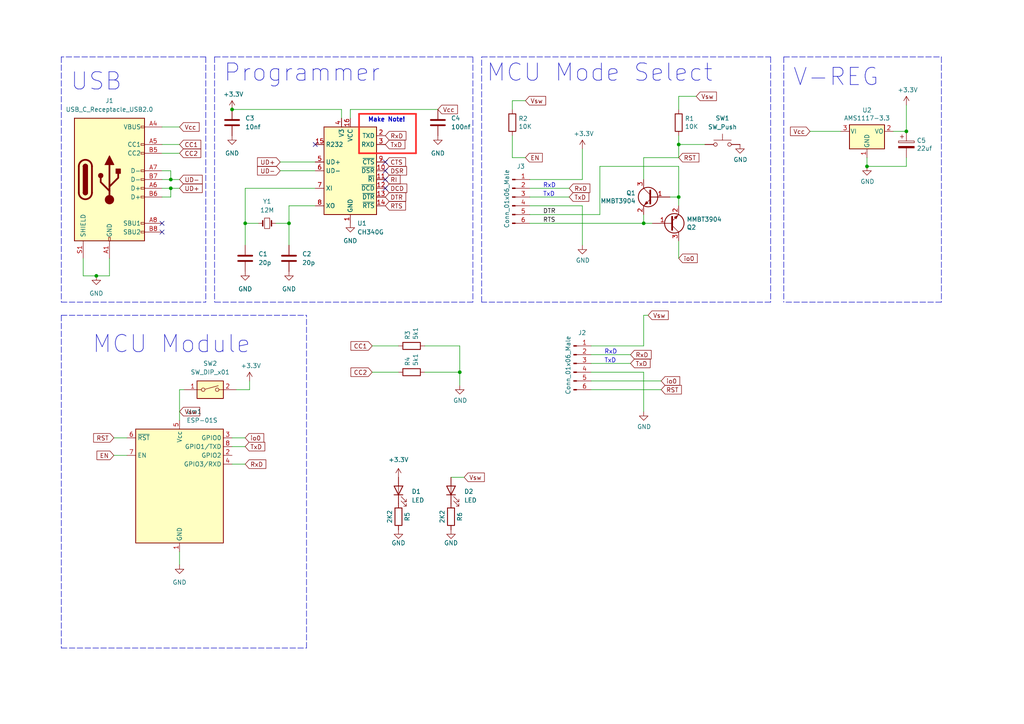
<source format=kicad_sch>
(kicad_sch (version 20211123) (generator eeschema)
  (paper "A4")
  (lib_symbols
    (symbol "Connector:Conn_01x06_Male" (pin_names (offset 1.016) hide)
      (property "Reference" "J" (at 0 7.62 0))
      (property "Value" "Conn_01x06_Male" (at 0 -10.16 0))
      (symbol "Conn_01x06_Male_1_1"
        (polyline (pts (xy 1.27 -7.62) (xy 0.8636 -7.62)) (stroke (width 0.1524)))
        (polyline (pts (xy 1.27 -5.08) (xy 0.8636 -5.08)) (stroke (width 0.1524)))
        (polyline (pts (xy 1.27 -2.54) (xy 0.8636 -2.54)) (stroke (width 0.1524)))
        (polyline (pts (xy 1.27 0) (xy 0.8636 0)) (stroke (width 0.1524)))
        (polyline (pts (xy 1.27 2.54) (xy 0.8636 2.54)) (stroke (width 0.1524)))
        (polyline (pts (xy 1.27 5.08) (xy 0.8636 5.08)) (stroke (width 0.1524)))
        (rectangle (start 0.8636 -7.493) (end 0 -7.747) (stroke (width 0.1524)) (fill (type outline)))
        (rectangle (start 0.8636 -4.953) (end 0 -5.207) (stroke (width 0.1524)) (fill (type outline)))
        (rectangle (start 0.8636 -2.413) (end 0 -2.667) (stroke (width 0.1524)) (fill (type outline)))
        (rectangle (start 0.8636 0.127) (end 0 -0.127) (stroke (width 0.1524)) (fill (type outline)))
        (rectangle (start 0.8636 2.667) (end 0 2.413) (stroke (width 0.1524)) (fill (type outline)))
        (rectangle (start 0.8636 5.207) (end 0 4.953) (stroke (width 0.1524)) (fill (type outline)))
        (pin passive line (at 5.08 5.08 180) (length 3.81) (name "Pin_1") (number "1"))
        (pin passive line (at 5.08 2.54 180) (length 3.81) (name "Pin_2") (number "2"))
        (pin passive line (at 5.08 0 180) (length 3.81) (name "Pin_3") (number "3"))
        (pin passive line (at 5.08 -2.54 180) (length 3.81) (name "Pin_4") (number "4"))
        (pin passive line (at 5.08 -5.08 180) (length 3.81) (name "Pin_5") (number "5"))
        (pin passive line (at 5.08 -7.62 180) (length 3.81) (name "Pin_6") (number "6"))
      )
    )
    (symbol "Connector:USB_C_Receptacle_USB2.0" (pin_names (offset 1.016))
      (property "Reference" "J" (at -10.16 19.05 0))
      (property "Value" "USB_C_Receptacle_USB2.0" (at 19.05 19.05 0))
      (symbol "USB_C_Receptacle_USB2.0_0_0"
        (rectangle (start -0.254 -17.78) (end 0.254 -16.764))
        (rectangle (start 10.16 -14.986) (end 9.144 -15.494))
        (rectangle (start 10.16 -12.446) (end 9.144 -12.954))
        (rectangle (start 10.16 -4.826) (end 9.144 -5.334))
        (rectangle (start 10.16 -2.286) (end 9.144 -2.794))
        (rectangle (start 10.16 0.254) (end 9.144 -0.254))
        (rectangle (start 10.16 2.794) (end 9.144 2.286))
        (rectangle (start 10.16 7.874) (end 9.144 7.366))
        (rectangle (start 10.16 10.414) (end 9.144 9.906))
        (rectangle (start 10.16 15.494) (end 9.144 14.986))
      )
      (symbol "USB_C_Receptacle_USB2.0_0_1"
        (rectangle (start -10.16 17.78) (end 10.16 -17.78) (stroke (width 0.254)) (fill (type background)))
        (arc (start -8.89 -3.81) (mid -6.985 -5.715) (end -5.08 -3.81) (stroke (width 0.508)))
        (arc (start -7.62 -3.81) (mid -6.985 -4.445) (end -6.35 -3.81) (stroke (width 0.254)))
        (arc (start -7.62 -3.81) (mid -6.985 -4.445) (end -6.35 -3.81) (stroke (width 0.254)) (fill (type outline)))
        (rectangle (start -7.62 -3.81) (end -6.35 3.81) (stroke (width 0.254)) (fill (type outline)))
        (arc (start -6.35 3.81) (mid -6.985 4.445) (end -7.62 3.81) (stroke (width 0.254)))
        (arc (start -6.35 3.81) (mid -6.985 4.445) (end -7.62 3.81) (stroke (width 0.254)) (fill (type outline)))
        (arc (start -5.08 3.81) (mid -6.985 5.715) (end -8.89 3.81) (stroke (width 0.508)))
        (circle (center -2.54 1.143) (radius 0.635) (stroke (width 0.254)) (fill (type outline)))
        (circle (center 0 -5.842) (radius 1.27) (fill (type outline)))
        (polyline (pts (xy -8.89 -3.81) (xy -8.89 3.81)) (stroke (width 0.508)))
        (polyline (pts (xy -5.08 3.81) (xy -5.08 -3.81)) (stroke (width 0.508)))
        (polyline (pts (xy 0 -5.842) (xy 0 4.318)) (stroke (width 0.508)))
        (polyline (pts (xy 0 -3.302) (xy -2.54 -0.762) (xy -2.54 0.508)) (stroke (width 0.508)))
        (polyline (pts (xy 0 -2.032) (xy 2.54 0.508) (xy 2.54 1.778)) (stroke (width 0.508)))
        (polyline (pts (xy -1.27 4.318) (xy 0 6.858) (xy 1.27 4.318) (xy -1.27 4.318)) (stroke (width 0.254)) (fill (type outline)))
        (rectangle (start 1.905 1.778) (end 3.175 3.048) (stroke (width 0.254)) (fill (type outline)))
      )
      (symbol "USB_C_Receptacle_USB2.0_1_1"
        (pin passive line (at 0 -22.86 90) (length 5.08) (name "GND") (number "A1"))
        (pin passive line (at 0 -22.86 90) (length 5.08) hide (name "GND") (number "A12"))
        (pin passive line (at 15.24 15.24 180) (length 5.08) (name "VBUS") (number "A4"))
        (pin bidirectional line (at 15.24 10.16 180) (length 5.08) (name "CC1") (number "A5"))
        (pin bidirectional line (at 15.24 -2.54 180) (length 5.08) (name "D+") (number "A6"))
        (pin bidirectional line (at 15.24 2.54 180) (length 5.08) (name "D-") (number "A7"))
        (pin bidirectional line (at 15.24 -12.7 180) (length 5.08) (name "SBU1") (number "A8"))
        (pin passive line (at 15.24 15.24 180) (length 5.08) hide (name "VBUS") (number "A9"))
        (pin passive line (at 0 -22.86 90) (length 5.08) hide (name "GND") (number "B1"))
        (pin passive line (at 0 -22.86 90) (length 5.08) hide (name "GND") (number "B12"))
        (pin passive line (at 15.24 15.24 180) (length 5.08) hide (name "VBUS") (number "B4"))
        (pin bidirectional line (at 15.24 7.62 180) (length 5.08) (name "CC2") (number "B5"))
        (pin bidirectional line (at 15.24 -5.08 180) (length 5.08) (name "D+") (number "B6"))
        (pin bidirectional line (at 15.24 0 180) (length 5.08) (name "D-") (number "B7"))
        (pin bidirectional line (at 15.24 -15.24 180) (length 5.08) (name "SBU2") (number "B8"))
        (pin passive line (at 15.24 15.24 180) (length 5.08) hide (name "VBUS") (number "B9"))
        (pin passive line (at -7.62 -22.86 90) (length 5.08) (name "SHIELD") (number "S1"))
      )
    )
    (symbol "Device:C" (pin_numbers hide) (pin_names (offset 0.254))
      (property "Reference" "C" (at 0.635 2.54 0))
      (property "Value" "C" (at 0.635 -2.54 0))
      (symbol "C_0_1"
        (polyline (pts (xy -2.032 -0.762) (xy 2.032 -0.762)) (stroke (width 0.508)))
        (polyline (pts (xy -2.032 0.762) (xy 2.032 0.762)) (stroke (width 0.508)))
      )
      (symbol "C_1_1"
        (pin passive line (at 0 3.81 270) (length 2.794) (name "~") (number "1"))
        (pin passive line (at 0 -3.81 90) (length 2.794) (name "~") (number "2"))
      )
    )
    (symbol "Device:CP" (pin_numbers hide) (pin_names (offset 0.254))
      (property "Reference" "C" (at 0.635 2.54 0))
      (property "Value" "Device_CP" (at 0.635 -2.54 0))
      (symbol "CP_0_1"
        (rectangle (start -2.286 0.508) (end 2.286 1.016))
        (polyline (pts (xy -1.778 2.286) (xy -0.762 2.286)))
        (polyline (pts (xy -1.27 2.794) (xy -1.27 1.778)))
        (rectangle (start 2.286 -0.508) (end -2.286 -1.016) (fill (type outline)))
      )
      (symbol "CP_1_1"
        (pin passive line (at 0 3.81 270) (length 2.794) (name "~") (number "1"))
        (pin passive line (at 0 -3.81 90) (length 2.794) (name "~") (number "2"))
      )
    )
    (symbol "Device:Crystal_Small" (pin_numbers hide) (pin_names (offset 1.016) hide)
      (property "Reference" "Y" (at 0 2.54 0))
      (property "Value" "Crystal_Small" (at 0 -2.54 0))
      (symbol "Crystal_Small_0_1"
        (rectangle (start -0.762 -1.524) (end 0.762 1.524))
        (polyline (pts (xy -1.27 -0.762) (xy -1.27 0.762)) (stroke (width 0.381)))
        (polyline (pts (xy 1.27 -0.762) (xy 1.27 0.762)) (stroke (width 0.381)))
      )
      (symbol "Crystal_Small_1_1"
        (pin passive line (at -2.54 0 0) (length 1.27) (name "1") (number "1"))
        (pin passive line (at 2.54 0 180) (length 1.27) (name "2") (number "2"))
      )
    )
    (symbol "Device:LED" (pin_numbers hide) (pin_names (offset 1.016) hide)
      (property "Reference" "D" (at 0 2.54 0))
      (property "Value" "LED" (at 0 -2.54 0))
      (symbol "LED_0_1"
        (polyline (pts (xy -1.27 -1.27) (xy -1.27 1.27)) (stroke (width 0.254)))
        (polyline (pts (xy -1.27 0) (xy 1.27 0)))
        (polyline (pts (xy 1.27 -1.27) (xy 1.27 1.27) (xy -1.27 0) (xy 1.27 -1.27)) (stroke (width 0.254)))
        (polyline (pts (xy -3.048 -0.762) (xy -4.572 -2.286) (xy -3.81 -2.286) (xy -4.572 -2.286) (xy -4.572 -1.524)))
        (polyline (pts (xy -1.778 -0.762) (xy -3.302 -2.286) (xy -2.54 -2.286) (xy -3.302 -2.286) (xy -3.302 -1.524)))
      )
      (symbol "LED_1_1"
        (pin passive line (at -3.81 0 0) (length 2.54) (name "K") (number "1"))
        (pin passive line (at 3.81 0 180) (length 2.54) (name "A") (number "2"))
      )
    )
    (symbol "Device:R" (pin_numbers hide) (pin_names (offset 0))
      (property "Reference" "R" (at 2.032 0 90))
      (property "Value" "R" (at 0 0 90))
      (symbol "R_0_1"
        (rectangle (start -1.016 -2.54) (end 1.016 2.54) (stroke (width 0.254)))
      )
      (symbol "R_1_1"
        (pin passive line (at 0 3.81 270) (length 1.27) (name "~") (number "1"))
        (pin passive line (at 0 -3.81 90) (length 1.27) (name "~") (number "2"))
      )
    )
    (symbol "Interface_USB:CH340G"
      (property "Reference" "U" (at -5.08 13.97 0))
      (property "Value" "CH340G" (at 1.27 13.97 0))
      (symbol "CH340G_0_1"
        (rectangle (start -7.62 12.7) (end 7.62 -12.7) (stroke (width 0.254)) (fill (type background)))
      )
      (symbol "CH340G_1_1"
        (pin power_in line (at 0 -15.24 90) (length 2.54) (name "GND") (number "1"))
        (pin input line (at 10.16 0 180) (length 2.54) (name "~{DSR}") (number "10"))
        (pin input line (at 10.16 -2.54 180) (length 2.54) (name "~{RI}") (number "11"))
        (pin input line (at 10.16 -5.08 180) (length 2.54) (name "~{DCD}") (number "12"))
        (pin output line (at 10.16 -7.62 180) (length 2.54) (name "~{DTR}") (number "13"))
        (pin output line (at 10.16 -10.16 180) (length 2.54) (name "~{RTS}") (number "14"))
        (pin input line (at -10.16 7.62 0) (length 2.54) (name "R232") (number "15"))
        (pin power_in line (at 0 15.24 270) (length 2.54) (name "VCC") (number "16"))
        (pin output line (at 10.16 10.16 180) (length 2.54) (name "TXD") (number "2"))
        (pin input line (at 10.16 7.62 180) (length 2.54) (name "RXD") (number "3"))
        (pin passive line (at -2.54 15.24 270) (length 2.54) (name "V3") (number "4"))
        (pin bidirectional line (at -10.16 2.54 0) (length 2.54) (name "UD+") (number "5"))
        (pin bidirectional line (at -10.16 0 0) (length 2.54) (name "UD-") (number "6"))
        (pin input line (at -10.16 -5.08 0) (length 2.54) (name "XI") (number "7"))
        (pin output line (at -10.16 -10.16 0) (length 2.54) (name "XO") (number "8"))
        (pin input line (at 10.16 2.54 180) (length 2.54) (name "~{CTS}") (number "9"))
      )
    )
    (symbol "Regulator_Linear:AMS1117-3.3" (pin_names (offset 0.254))
      (property "Reference" "U" (at -3.81 3.175 0))
      (property "Value" "AMS1117-3.3" (at 0 3.175 0))
      (symbol "AMS1117-3.3_0_1"
        (rectangle (start -5.08 -5.08) (end 5.08 1.905) (stroke (width 0.254)) (fill (type background)))
      )
      (symbol "AMS1117-3.3_1_1"
        (pin power_in line (at 0 -7.62 90) (length 2.54) (name "GND") (number "1"))
        (pin power_out line (at 7.62 0 180) (length 2.54) (name "VO") (number "2"))
        (pin power_in line (at -7.62 0 0) (length 2.54) (name "VI") (number "3"))
      )
    )
    (symbol "Switch:SW_DIP_x01" (pin_names (offset 0) hide)
      (property "Reference" "SW" (at 0 3.81 0))
      (property "Value" "SW_DIP_x01" (at 0 -3.81 0))
      (symbol "SW_DIP_x01_0_0"
        (circle (center -2.032 0) (radius 0.508))
        (polyline (pts (xy -1.524 0.127) (xy 2.3622 1.1684)))
        (circle (center 2.032 0) (radius 0.508))
      )
      (symbol "SW_DIP_x01_0_1"
        (rectangle (start -3.81 2.54) (end 3.81 -2.54) (stroke (width 0.254)) (fill (type background)))
      )
      (symbol "SW_DIP_x01_1_1"
        (pin passive line (at -7.62 0 0) (length 5.08) (name "~") (number "1"))
        (pin passive line (at 7.62 0 180) (length 5.08) (name "~") (number "2"))
      )
    )
    (symbol "Switch:SW_Push" (pin_numbers hide) (pin_names (offset 1.016) hide)
      (property "Reference" "SW" (at 1.27 2.54 0))
      (property "Value" "SW_Push" (at 0 -1.524 0))
      (symbol "SW_Push_0_1"
        (circle (center -2.032 0) (radius 0.508))
        (polyline (pts (xy 0 1.27) (xy 0 3.048)))
        (polyline (pts (xy 2.54 1.27) (xy -2.54 1.27)))
        (circle (center 2.032 0) (radius 0.508))
        (pin passive line (at -5.08 0 0) (length 2.54) (name "1") (number "1"))
        (pin passive line (at 5.08 0 180) (length 2.54) (name "2") (number "2"))
      )
    )
    (symbol "Tinker_ESP:ESP-01S"
      (property "Reference" "Um" (at 2.667 -27.051 0))
      (property "Value" "ESP-01S" (at 5.715 -29.21 0))
      (symbol "ESP-01S_0_1"
        (rectangle (start -12.7 16.51) (end 12.7 -16.51) (stroke (width 0.254)) (fill (type background)))
      )
      (symbol "ESP-01S_1_1"
        (pin power_in line (at 0 -19.05 90) (length 2.54) (name "GND") (number "1"))
        (pin bidirectional line (at 15.24 8.89 180) (length 2.54) (name "GPIO2") (number "2"))
        (pin bidirectional line (at 15.24 13.97 180) (length 2.54) (name "GPIO0") (number "3"))
        (pin bidirectional line (at 15.24 6.35 180) (length 2.54) (name "GPIO3/RXD") (number "4"))
        (pin power_in line (at 0 19.05 270) (length 2.54) (name "Vcc") (number "5"))
        (pin input line (at -15.24 13.97 0) (length 2.54) (name "~{RST}") (number "6"))
        (pin input line (at -15.24 8.89 0) (length 2.54) (name "EN") (number "7"))
        (pin bidirectional line (at 15.24 11.43 180) (length 2.54) (name "GPIO1/TXD") (number "8"))
      )
    )
    (symbol "Transistor_BJT:MMBT3904" (pin_names (offset 0) hide)
      (property "Reference" "Q" (at 5.08 1.905 0))
      (property "Value" "MMBT3904" (at 5.08 0 0))
      (symbol "MMBT3904_0_1"
        (polyline (pts (xy 0.635 0.635) (xy 2.54 2.54)))
        (polyline (pts (xy 0.635 -0.635) (xy 2.54 -2.54) (xy 2.54 -2.54)))
        (polyline (pts (xy 0.635 1.905) (xy 0.635 -1.905) (xy 0.635 -1.905)) (stroke (width 0.508)))
        (polyline (pts (xy 1.27 -1.778) (xy 1.778 -1.27) (xy 2.286 -2.286) (xy 1.27 -1.778) (xy 1.27 -1.778)) (fill (type outline)))
        (circle (center 1.27 0) (radius 2.8194) (stroke (width 0.254)))
      )
      (symbol "MMBT3904_1_1"
        (pin input line (at -5.08 0 0) (length 5.715) (name "B") (number "1"))
        (pin passive line (at 2.54 -5.08 90) (length 2.54) (name "E") (number "2"))
        (pin passive line (at 2.54 5.08 270) (length 2.54) (name "C") (number "3"))
      )
    )
    (symbol "power:+3.3V" (power) (pin_names (offset 0))
      (property "Value" "+3.3V" (at 0 3.556 0))
      (symbol "+3.3V_0_1"
        (polyline (pts (xy -0.762 1.27) (xy 0 2.54)))
        (polyline (pts (xy 0 0) (xy 0 2.54)))
        (polyline (pts (xy 0 2.54) (xy 0.762 1.27)))
      )
      (symbol "+3.3V_1_1"
        (pin power_in line (at 0 0 90) (length 0) hide (name "+3.3V") (number "1"))
      )
    )
    (symbol "power:GND" (power) (pin_names (offset 0))
      (property "Value" "GND" (at 0 -3.81 0))
      (symbol "GND_0_1"
        (polyline (pts (xy 0 0) (xy 0 -1.27) (xy 1.27 -1.27) (xy 0 -2.54) (xy -1.27 -1.27) (xy 0 -1.27)))
      )
      (symbol "GND_1_1"
        (pin power_in line (at 0 0 270) (length 0) hide (name "GND") (number "1"))
      )
    )
  )
  (junction (at 83.82 64.77))
  (junction (at 27.94 80.01))
  (junction (at 186.69 64.77))
  (junction (at 49.53 54.61))
  (junction (at 133.35 107.95))
  (junction (at 49.53 52.07))
  (junction (at 67.31 31.75))
  (junction (at 196.85 57.15))
  (junction (at 71.12 64.77))
  (junction (at 262.89 38.1))
  (junction (at 196.85 41.91))
  (junction (at 251.46 48.26))
  (no_connect (at 91.44 41.91))
  (no_connect (at 111.76 46.99))
  (no_connect (at 111.76 49.53))
  (no_connect (at 111.76 52.07))
  (no_connect (at 111.76 54.61))
  (no_connect (at 46.99 64.77))
  (no_connect (at 46.99 67.31))
  (wire (pts (xy 83.82 64.77) (xy 83.82 71.12)))
  (polyline (pts (xy 59.69 16.51) (xy 17.78 16.51)))
  (polyline (pts (xy 62.23 16.51) (xy 62.23 87.63)))
  (polyline (pts (xy 17.78 91.44) (xy 88.9 91.44)))
  (wire (pts (xy 196.85 48.26) (xy 196.85 57.15)))
  (wire (pts (xy 173.99 48.26) (xy 196.85 48.26)))
  (wire (pts (xy 148.59 39.37) (xy 148.59 45.72)))
  (wire (pts (xy 148.59 45.72) (xy 152.4 45.72)))
  (wire (pts (xy 196.85 41.91) (xy 204.47 41.91)))
  (wire (pts (xy 186.69 119.38) (xy 186.69 107.95)))
  (wire (pts (xy 201.93 27.94) (xy 196.85 27.94)))
  (wire (pts (xy 189.23 64.77) (xy 186.69 64.77)))
  (polyline (pts (xy 223.52 16.51) (xy 223.52 87.63)))
  (polyline (pts (xy 120.65 33.02) (xy 104.14 33.02)) (stroke (width 0.5) (type solid) (color 255 48 46 1)))
  (polyline (pts (xy 17.78 91.44) (xy 17.78 187.96)))
  (wire (pts (xy 194.31 57.15) (xy 196.85 57.15)))
  (wire (pts (xy 46.99 41.91) (xy 52.07 41.91)))
  (wire (pts (xy 133.35 100.33) (xy 133.35 107.95)))
  (wire (pts (xy 171.45 102.87) (xy 182.88 102.87)))
  (polyline (pts (xy 17.78 187.96) (xy 88.9 187.96)))
  (wire (pts (xy 81.28 46.99) (xy 91.44 46.99)))
  (wire (pts (xy 71.12 54.61) (xy 71.12 64.77)))
  (wire (pts (xy 130.81 138.43) (xy 134.62 138.43)))
  (wire (pts (xy 99.06 34.29) (xy 99.06 31.75)))
  (wire (pts (xy 168.91 71.12) (xy 168.91 59.69)))
  (wire (pts (xy 53.34 113.03) (xy 52.07 113.03)))
  (wire (pts (xy 74.93 64.77) (xy 71.12 64.77)))
  (wire (pts (xy 46.99 44.45) (xy 52.07 44.45)))
  (polyline (pts (xy 104.14 33.02) (xy 104.14 44.45)) (stroke (width 0.5) (type solid) (color 255 48 46 1)))
  (wire (pts (xy 52.07 160.02) (xy 52.07 163.83)))
  (wire (pts (xy 99.06 31.75) (xy 67.31 31.75)))
  (wire (pts (xy 46.99 54.61) (xy 49.53 54.61)))
  (polyline (pts (xy 120.65 33.02) (xy 120.65 44.45)) (stroke (width 0.5) (type solid) (color 255 48 46 1)))
  (wire (pts (xy 262.89 48.26) (xy 251.46 48.26)))
  (wire (pts (xy 46.99 57.15) (xy 49.53 57.15)))
  (wire (pts (xy 262.89 30.48) (xy 262.89 38.1)))
  (wire (pts (xy 196.85 74.93) (xy 196.85 69.85)))
  (wire (pts (xy 133.35 107.95) (xy 133.35 111.76)))
  (wire (pts (xy 91.44 59.69) (xy 83.82 59.69)))
  (polyline (pts (xy 17.78 16.51) (xy 17.78 87.63)))
  (wire (pts (xy 49.53 49.53) (xy 49.53 52.07)))
  (wire (pts (xy 33.02 132.08) (xy 36.83 132.08)))
  (wire (pts (xy 168.91 43.18) (xy 168.91 52.07)))
  (wire (pts (xy 52.07 113.03) (xy 52.07 121.92)))
  (wire (pts (xy 187.96 91.44) (xy 186.69 91.44)))
  (wire (pts (xy 49.53 52.07) (xy 52.07 52.07)))
  (wire (pts (xy 152.4 29.21) (xy 148.59 29.21)))
  (wire (pts (xy 196.85 41.91) (xy 196.85 45.72)))
  (polyline (pts (xy 59.69 16.51) (xy 59.69 87.63)))
  (wire (pts (xy 72.39 113.03) (xy 68.58 113.03)))
  (polyline (pts (xy 137.16 16.51) (xy 137.16 87.63)))
  (wire (pts (xy 72.39 110.49) (xy 72.39 113.03)))
  (polyline (pts (xy 139.7 87.63) (xy 139.7 16.51)))
  (wire (pts (xy 168.91 59.69) (xy 153.67 59.69)))
  (wire (pts (xy 186.69 45.72) (xy 186.69 52.07)))
  (wire (pts (xy 148.59 29.21) (xy 148.59 31.75)))
  (wire (pts (xy 67.31 129.54) (xy 71.12 129.54)))
  (wire (pts (xy 46.99 36.83) (xy 52.07 36.83)))
  (wire (pts (xy 80.01 64.77) (xy 83.82 64.77)))
  (wire (pts (xy 107.95 100.33) (xy 115.57 100.33)))
  (wire (pts (xy 101.6 31.75) (xy 101.6 34.29)))
  (polyline (pts (xy 227.33 16.51) (xy 273.05 16.51)))
  (wire (pts (xy 186.69 91.44) (xy 186.69 100.33)))
  (wire (pts (xy 123.19 107.95) (xy 133.35 107.95)))
  (wire (pts (xy 153.67 57.15) (xy 165.1 57.15)))
  (wire (pts (xy 46.99 49.53) (xy 49.53 49.53)))
  (wire (pts (xy 173.99 48.26) (xy 173.99 62.23)))
  (wire (pts (xy 81.28 49.53) (xy 91.44 49.53)))
  (polyline (pts (xy 137.16 87.63) (xy 62.23 87.63)))
  (wire (pts (xy 186.69 107.95) (xy 171.45 107.95)))
  (wire (pts (xy 83.82 59.69) (xy 83.82 64.77)))
  (wire (pts (xy 251.46 48.26) (xy 251.46 45.72)))
  (wire (pts (xy 262.89 45.72) (xy 262.89 48.26)))
  (wire (pts (xy 186.69 64.77) (xy 186.69 62.23)))
  (wire (pts (xy 168.91 52.07) (xy 153.67 52.07)))
  (wire (pts (xy 186.69 100.33) (xy 171.45 100.33)))
  (wire (pts (xy 171.45 105.41) (xy 182.88 105.41)))
  (wire (pts (xy 101.6 31.75) (xy 127 31.75)))
  (wire (pts (xy 67.31 134.62) (xy 71.12 134.62)))
  (polyline (pts (xy 227.33 16.51) (xy 227.33 87.63)))
  (wire (pts (xy 67.31 127) (xy 71.12 127)))
  (wire (pts (xy 49.53 57.15) (xy 49.53 54.61)))
  (wire (pts (xy 24.13 74.93) (xy 24.13 80.01)))
  (wire (pts (xy 123.19 100.33) (xy 133.35 100.33)))
  (wire (pts (xy 31.75 74.93) (xy 31.75 80.01)))
  (wire (pts (xy 46.99 52.07) (xy 49.53 52.07)))
  (polyline (pts (xy 139.7 16.51) (xy 223.52 16.51)))
  (wire (pts (xy 196.85 57.15) (xy 196.85 59.69)))
  (polyline (pts (xy 223.52 87.63) (xy 139.7 87.63)))
  (wire (pts (xy 107.95 107.95) (xy 115.57 107.95)))
  (wire (pts (xy 153.67 54.61) (xy 165.1 54.61)))
  (wire (pts (xy 27.94 80.01) (xy 31.75 80.01)))
  (polyline (pts (xy 88.9 187.96) (xy 88.9 91.44)))
  (wire (pts (xy 24.13 80.01) (xy 27.94 80.01)))
  (wire (pts (xy 153.67 64.77) (xy 186.69 64.77)))
  (wire (pts (xy 49.53 54.61) (xy 52.07 54.61)))
  (wire (pts (xy 259.08 38.1) (xy 262.89 38.1)))
  (polyline (pts (xy 62.23 16.51) (xy 137.16 16.51)))
  (wire (pts (xy 153.67 62.23) (xy 173.99 62.23)))
  (polyline (pts (xy 273.05 16.51) (xy 273.05 87.63)))
  (wire (pts (xy 196.85 27.94) (xy 196.85 31.75)))
  (wire (pts (xy 196.85 45.72) (xy 186.69 45.72)))
  (wire (pts (xy 71.12 54.61) (xy 91.44 54.61)))
  (wire (pts (xy 234.95 38.1) (xy 243.84 38.1)))
  (polyline (pts (xy 273.05 87.63) (xy 227.33 87.63)))
  (polyline (pts (xy 17.78 87.63) (xy 59.69 87.63)))
  (polyline (pts (xy 104.14 44.45) (xy 120.65 44.45)) (stroke (width 0.5) (type solid) (color 255 48 46 1)))
  (wire (pts (xy 171.45 110.49) (xy 191.77 110.49)))
  (wire (pts (xy 196.85 39.37) (xy 196.85 41.91)))
  (wire (pts (xy 33.02 127) (xy 36.83 127)))
  (wire (pts (xy 171.45 113.03) (xy 191.77 113.03)))
  (wire (pts (xy 71.12 64.77) (xy 71.12 71.12)))
  (text "RxD" (at 157.48 54.61 0) (effects (font (size 1.27 1.27)) (justify left bottom)))
  (text "Make Note!" (at 106.68 35.56 0) (effects (font (size 1.27 1.27) (thickness 0.254) bold) (justify left bottom)))
  (text "V-REG" (at 229.87 25.4 0) (effects (font (size 5 5)) (justify left bottom)))
  (text "TxD" (at 157.48 57.15 0) (effects (font (size 1.27 1.27)) (justify left bottom)))
  (text "USB" (at 20.32 26.67 0) (effects (font (size 5 5)) (justify left bottom)))
  (text "MCU Mode Select" (at 140.97 24.13 0) (effects (font (size 5.0038 5.0038)) (justify left bottom)))
  (text "TxD" (at 175.26 105.41 0) (effects (font (size 1.27 1.27)) (justify left bottom)))
  (text "RxD" (at 175.26 102.87 0) (effects (font (size 1.27 1.27)) (justify left bottom)))
  (text "MCU Module" (at 26.67 102.87 0) (effects (font (size 5.0038 5.0038)) (justify left bottom)))
  (text "Programmer" (at 64.77 24.13 0) (effects (font (size 5 5)) (justify left bottom)))
  (label "DTR" (at 157.48 62.23 0))
  (label "RTS" (at 157.48 64.77 0))
  (global_label "EN" (shape input) (at 152.4 45.72 0) (property "Intersheet References" "${INTERSHEET_REFS}" (effects hide)))
  (global_label "RxD" (shape input) (at 182.88 102.87 0) (property "Intersheet References" "${INTERSHEET_REFS}" (effects hide)))
  (global_label "RxD" (shape input) (at 165.1 54.61 0) (property "Intersheet References" "${INTERSHEET_REFS}" (effects hide)))
  (global_label "CC2" (shape input) (at 107.95 107.95 180) (property "Intersheet References" "${INTERSHEET_REFS}" (effects hide)))
  (global_label "CC1" (shape input) (at 107.95 100.33 180) (property "Intersheet References" "${INTERSHEET_REFS}" (effects hide)))
  (global_label "RST" (shape input) (at 191.77 113.03 0) (property "Intersheet References" "${INTERSHEET_REFS}" (effects hide)))
  (global_label "TxD" (shape input) (at 71.12 129.54 0) (property "Intersheet References" "${INTERSHEET_REFS}" (effects hide)))
  (global_label "Vcc" (shape input) (at 127 31.75 0) (property "Intersheet References" "${INTERSHEET_REFS}" (effects hide)))
  (global_label "io0" (shape input) (at 191.77 110.49 0) (property "Intersheet References" "${INTERSHEET_REFS}" (effects hide)))
  (global_label "Vsw" (shape input) (at 201.93 27.94 0) (property "Intersheet References" "${INTERSHEET_REFS}" (effects hide)))
  (global_label "DSR" (shape input) (at 111.76 49.53 0) (property "Intersheet References" "${INTERSHEET_REFS}" (effects hide)))
  (global_label "CC2" (shape input) (at 52.07 44.45 0) (property "Intersheet References" "${INTERSHEET_REFS}" (effects hide)))
  (global_label "Vsw" (shape input) (at 187.96 91.44 0) (property "Intersheet References" "${INTERSHEET_REFS}" (effects hide)))
  (global_label "Vsw" (shape input) (at 152.4 29.21 0) (property "Intersheet References" "${INTERSHEET_REFS}" (effects hide)))
  (global_label "CTS" (shape input) (at 111.76 46.99 0) (property "Intersheet References" "${INTERSHEET_REFS}" (effects hide)))
  (global_label "DCD" (shape input) (at 111.76 54.61 0) (property "Intersheet References" "${INTERSHEET_REFS}" (effects hide)))
  (global_label "RST" (shape input) (at 196.85 45.72 0) (property "Intersheet References" "${INTERSHEET_REFS}" (effects hide)))
  (global_label "UD+" (shape input) (at 52.07 54.61 0) (property "Intersheet References" "${INTERSHEET_REFS}" (effects hide)))
  (global_label "RTS" (shape input) (at 111.76 59.69 0) (property "Intersheet References" "${INTERSHEET_REFS}" (effects hide)))
  (global_label "RxD" (shape input) (at 111.76 39.37 0) (property "Intersheet References" "${INTERSHEET_REFS}" (effects hide)))
  (global_label "Vcc" (shape input) (at 234.95 38.1 180) (property "Intersheet References" "${INTERSHEET_REFS}" (effects hide)))
  (global_label "io0" (shape input) (at 71.12 127 0) (property "Intersheet References" "${INTERSHEET_REFS}" (effects hide)))
  (global_label "Vsw" (shape input) (at 52.07 119.38 0) (property "Intersheet References" "${INTERSHEET_REFS}" (effects hide)))
  (global_label "UD+" (shape input) (at 81.28 46.99 180) (property "Intersheet References" "${INTERSHEET_REFS}" (effects hide)))
  (global_label "UD-" (shape input) (at 52.07 52.07 0) (property "Intersheet References" "${INTERSHEET_REFS}" (effects hide)))
  (global_label "io0" (shape input) (at 196.85 74.93 0) (property "Intersheet References" "${INTERSHEET_REFS}" (effects hide)))
  (global_label "TxD" (shape input) (at 165.1 57.15 0) (property "Intersheet References" "${INTERSHEET_REFS}" (effects hide)))
  (global_label "RST" (shape input) (at 33.02 127 180) (property "Intersheet References" "${INTERSHEET_REFS}" (effects hide)))
  (global_label "RxD" (shape input) (at 71.12 134.62 0) (property "Intersheet References" "${INTERSHEET_REFS}" (effects hide)))
  (global_label "TxD" (shape input) (at 111.76 41.91 0) (property "Intersheet References" "${INTERSHEET_REFS}" (effects hide)))
  (global_label "RI" (shape input) (at 111.76 52.07 0) (property "Intersheet References" "${INTERSHEET_REFS}" (effects hide)))
  (global_label "UD-" (shape input) (at 81.28 49.53 180) (property "Intersheet References" "${INTERSHEET_REFS}" (effects hide)))
  (global_label "Vsw" (shape input) (at 134.62 138.43 0) (property "Intersheet References" "${INTERSHEET_REFS}" (effects hide)))
  (global_label "DTR" (shape input) (at 111.76 57.15 0) (property "Intersheet References" "${INTERSHEET_REFS}" (effects hide)))
  (global_label "CC1" (shape input) (at 52.07 41.91 0) (property "Intersheet References" "${INTERSHEET_REFS}" (effects hide)))
  (global_label "Vcc" (shape input) (at 52.07 36.83 0) (property "Intersheet References" "${INTERSHEET_REFS}" (effects hide)))
  (global_label "TxD" (shape input) (at 182.88 105.41 0) (property "Intersheet References" "${INTERSHEET_REFS}" (effects hide)))
  (global_label "EN" (shape input) (at 33.02 132.08 180) (property "Intersheet References" "${INTERSHEET_REFS}" (effects hide)))
  (symbol (lib_id "Device:R") (at 148.59 35.56 0) (unit 1)
    (property "Reference" "R2" (at 150.368 34.3916 0) (effects (justify left)))
    (property "Value" "10K" (at 150.368 36.703 0) (effects (justify left)))
    (property "Footprint" "Tinker:R_0603_1608Metric_Pad0.98x0.95mm_HandSolder" (effects hide))
  )
  (symbol (lib_id "power:GND") (at 83.82 78.74 0) (unit 1)
    (property "Reference" "#PWR0112" (effects hide))
    (property "Value" "GND" (at 83.82 83.82 0))
  )
  (symbol (lib_id "power:GND") (at 133.35 111.76 0) (unit 1)
    (property "Reference" "#PWR0117" (effects hide))
    (property "Value" "GND" (at 133.477 116.1542 0))
  )
  (symbol (lib_id "power:GND") (at 214.63 41.91 0) (unit 1)
    (property "Reference" "#PWR0105" (effects hide))
    (property "Value" "GND" (at 214.757 46.3042 0))
  )
  (symbol (lib_id "Tinker_ESP:ESP-01S") (at 52.07 140.97 0) (unit 1)
    (property "Reference" "Um1" (at 54.0894 119.38 0) (effects (justify left)))
    (property "Value" "ESP-01S" (at 54.0894 121.92 0) (effects (justify left)))
    (property "Footprint" "Tinker:ESP-01S (prog)" (effects hide))
    (property "Datasheet" "https://docs.ai-thinker.com/_media/esp8266/docs/esp-01_product_specification_en.pdf" (effects hide))
    (property "Datasheet2" "https://www.microchip.ua/wireless/esp01.pdf" (effects hide))
    (property "3D" "https://grabcad.com/library/esp-01s-1" (effects hide))
  )
  (symbol (lib_id "Connector:USB_C_Receptacle_USB2.0") (at 31.75 52.07 0) (unit 1)
    (property "Reference" "J1" (at 31.75 29.21 0))
    (property "Value" "USB_C_Receptacle_USB2.0" (at 31.75 31.75 0))
    (property "Footprint" "Tinker:USB_C_Receptacle_HRO_TYPE-C-31-M-12" (effects hide))
    (property "Datasheet" "https://www.usb.org/sites/default/files/documents/usb_type-c.zip" (effects hide))
  )
  (symbol (lib_id "power:GND") (at 168.91 71.12 0) (unit 1)
    (property "Reference" "#PWR0101" (effects hide))
    (property "Value" "GND" (at 169.037 75.5142 0))
  )
  (symbol (lib_id "Device:LED") (at 130.81 142.24 90) (unit 1)
    (property "Reference" "D2" (at 134.62 142.5574 90) (effects (justify right)))
    (property "Value" "LED" (at 134.62 145.0974 90) (effects (justify right)))
    (property "Footprint" "LED_SMD:LED_0805_2012Metric_Pad1.15x1.40mm_HandSolder" (effects hide))
  )
  (symbol (lib_id "power:GND") (at 130.81 153.67 0) (unit 1)
    (property "Reference" "#PWR0104" (effects hide))
    (property "Value" "GND" (at 130.81 157.48 0))
  )
  (symbol (lib_id "power:GND") (at 251.46 48.26 0) (unit 1)
    (property "Reference" "#PWR0107" (effects hide))
    (property "Value" "GND" (at 251.587 52.6542 0))
  )
  (symbol (lib_id "Switch:SW_Push") (at 209.55 41.91 0) (unit 1)
    (property "Reference" "SW1" (at 209.55 34.29 0))
    (property "Value" "SW_Push" (at 209.55 36.83 0))
    (property "Footprint" "Tinker:SW_Push_TS273014TP" (effects hide))
    (property "LCSC" "C2858276" (effects hide))
  )
  (symbol (lib_id "Device:C") (at 127 35.56 0) (unit 1)
    (property "Reference" "C4" (at 130.81 34.2899 0) (effects (justify left)))
    (property "Value" "100nf" (at 130.81 36.8299 0) (effects (justify left)))
    (property "Footprint" "Tinker:C_0603_1608Metric_Pad1.08x0.95mm_HandSolder" (effects hide))
    (property "LCSC" "C235731" (effects hide))
  )
  (symbol (lib_id "power:GND") (at 52.07 163.83 0) (unit 1)
    (property "Reference" "#PWR0106" (effects hide))
    (property "Value" "GND" (at 52.07 168.91 0))
  )
  (symbol (lib_id "Connector:Conn_01x06_Male") (at 166.37 105.41 0) (unit 1) (in_bom no) (on_board no)
    (property "Reference" "J2" (at 167.64 96.52 0) (effects (justify left)))
    (property "Value" "Conn_01x06_Male" (at 164.7698 114.4524 90) (effects (justify left)))
    (property "Footprint" "Tinker:PinHeader_1x06_P2.54mm_Vertical" (effects hide))
  )
  (symbol (lib_id "power:+3.3V") (at 168.91 43.18 0) (unit 1)
    (property "Reference" "#PWR0102" (effects hide))
    (property "Value" "+3.3V" (at 169.291 38.7858 0))
  )
  (symbol (lib_id "power:+3.3V") (at 72.39 110.49 0) (unit 1)
    (property "Reference" "#PWR0114" (effects hide))
    (property "Value" "+3.3V" (at 72.771 106.0958 0))
  )
  (symbol (lib_id "power:GND") (at 186.69 119.38 0) (unit 1)
    (property "Reference" "#PWR0118" (effects hide))
    (property "Value" "GND" (at 186.817 123.7742 0))
  )
  (symbol (lib_id "Device:R") (at 119.38 100.33 90) (unit 1)
    (property "Reference" "R3" (at 118.2116 98.552 0) (effects (justify left)))
    (property "Value" "5k1" (at 120.523 98.552 0) (effects (justify left)))
    (property "Footprint" "Tinker:R_0603_1608Metric_Pad0.98x0.95mm_HandSolder" (effects hide))
  )
  (symbol (lib_id "Device:R") (at 130.81 149.86 0) (unit 1)
    (property "Reference" "R6" (at 133.35 149.86 90))
    (property "Value" "2K2" (at 128.27 149.86 90))
    (property "Footprint" "Tinker:R_0603_1608Metric_Pad0.98x0.95mm_HandSolder" (effects hide))
  )
  (symbol (lib_id "power:GND") (at 115.57 153.67 0) (unit 1)
    (property "Reference" "#PWR0119" (effects hide))
    (property "Value" "GND" (at 115.57 157.48 0))
  )
  (symbol (lib_id "power:GND") (at 71.12 78.74 0) (unit 1)
    (property "Reference" "#PWR0111" (effects hide))
    (property "Value" "GND" (at 71.12 83.82 0))
  )
  (symbol (lib_id "Device:C") (at 67.31 35.56 0) (unit 1)
    (property "Reference" "C3" (at 71.12 34.2899 0) (effects (justify left)))
    (property "Value" "10nf" (at 71.12 36.8299 0) (effects (justify left)))
    (property "Footprint" "Tinker:C_0603_1608Metric_Pad1.08x0.95mm_HandSolder" (effects hide))
    (property "LCSC" "C161232" (effects hide))
  )
  (symbol (lib_id "power:+3.3V") (at 67.31 31.75 0) (unit 1)
    (property "Reference" "#PWR0115" (effects hide))
    (property "Value" "+3.3V" (at 67.691 27.3558 0))
  )
  (symbol (lib_id "Device:C") (at 83.82 74.93 0) (unit 1)
    (property "Reference" "C2" (at 87.63 73.6599 0) (effects (justify left)))
    (property "Value" "20p" (at 87.63 76.1999 0) (effects (justify left)))
    (property "Footprint" "Tinker:C_0603_1608Metric_Pad1.08x0.95mm_HandSolder" (effects hide))
    (property "LCSC" "C408549 (20pf C325469)" (effects hide))
  )
  (symbol (lib_id "Device:C") (at 71.12 74.93 0) (unit 1)
    (property "Reference" "C1" (at 74.93 73.6599 0) (effects (justify left)))
    (property "Value" "20p" (at 74.93 76.1999 0) (effects (justify left)))
    (property "Footprint" "Tinker:C_0603_1608Metric_Pad1.08x0.95mm_HandSolder" (effects hide))
    (property "LCSC" "C408549 (20pf C325469)" (effects hide))
  )
  (symbol (lib_id "Device:R") (at 115.57 149.86 0) (unit 1)
    (property "Reference" "R5" (at 118.11 149.86 90))
    (property "Value" "2K2" (at 113.03 149.86 90))
    (property "Footprint" "Tinker:R_0603_1608Metric_Pad0.98x0.95mm_HandSolder" (effects hide))
  )
  (symbol (lib_id "power:+3.3V") (at 262.89 30.48 0) (unit 1)
    (property "Reference" "#PWR0110" (effects hide))
    (property "Value" "+3.3V" (at 263.271 26.0858 0))
  )
  (symbol (lib_id "Regulator_Linear:AMS1117-3.3") (at 251.46 38.1 0) (unit 1)
    (property "Reference" "U2" (at 251.46 31.9532 0))
    (property "Value" "AMS1117-3.3" (at 251.46 34.2646 0))
    (property "Footprint" "Package_TO_SOT_SMD:SOT-223-3_TabPin2" (effects hide))
    (property "Datasheet" "http://www.advanced-monolithic.com/pdf/ds1117.pdf" (effects hide))
  )
  (symbol (lib_id "power:GND") (at 27.94 80.01 0) (unit 1)
    (property "Reference" "#PWR0113" (effects hide))
    (property "Value" "GND" (at 27.94 85.09 0))
  )
  (symbol (lib_id "Transistor_BJT:MMBT3904") (at 189.23 57.15 0) (mirror y) (unit 1)
    (property "Reference" "Q1" (at 184.3786 55.9816 0) (effects (justify left)))
    (property "Value" "MMBT3904" (at 184.3786 58.293 0) (effects (justify left)))
    (property "Footprint" "Package_TO_SOT_SMD:SOT-23_Handsoldering" (effects hide))
    (property "Datasheet" "https://www.fairchildsemi.com/datasheets/2N/2N3904.pdf" (effects hide))
  )
  (symbol (lib_id "Device:CP") (at 262.89 41.91 0) (unit 1)
    (property "Reference" "C5" (at 265.8872 40.7416 0) (effects (justify left)))
    (property "Value" "22uf" (at 265.8872 43.053 0) (effects (justify left)))
    (property "Footprint" "Capacitor_Tantalum_SMD:CP_EIA-6032-28_Kemet-C_Pad2.25x2.35mm_HandSolder" (effects hide))
    (property "Datasheet" "http://datasheets.avx.com/TAJ.pdf" (effects hide))
    (property "P/N" "TAJB226M010RNJ" (effects hide))
  )
  (symbol (lib_id "Device:R") (at 119.38 107.95 90) (unit 1)
    (property "Reference" "R4" (at 118.2116 106.172 0) (effects (justify left)))
    (property "Value" "5k1" (at 120.523 106.172 0) (effects (justify left)))
    (property "Footprint" "Tinker:R_0603_1608Metric_Pad0.98x0.95mm_HandSolder" (effects hide))
  )
  (symbol (lib_id "power:GND") (at 67.31 39.37 0) (unit 1)
    (property "Reference" "#PWR0116" (effects hide))
    (property "Value" "GND" (at 67.31 44.45 0))
  )
  (symbol (lib_id "Device:R") (at 196.85 35.56 0) (unit 1)
    (property "Reference" "R1" (at 198.628 34.3916 0) (effects (justify left)))
    (property "Value" "10K" (at 198.628 36.703 0) (effects (justify left)))
    (property "Footprint" "Tinker:R_0603_1608Metric_Pad0.98x0.95mm_HandSolder" (effects hide))
  )
  (symbol (lib_id "Interface_USB:CH340G") (at 101.6 49.53 0) (unit 1)
    (property "Reference" "U1" (at 103.6194 64.77 0) (effects (justify left)))
    (property "Value" "CH340G" (at 103.6194 67.31 0) (effects (justify left)))
    (property "Footprint" "Package_SO:SOIC-16_3.9x9.9mm_P1.27mm" (effects hide))
    (property "Datasheet" "http://www.datasheet5.com/pdf-local-2195953" (effects hide))
    (property "LCSC" "C14267" (effects hide))
  )
  (symbol (lib_id "power:GND") (at 127 39.37 0) (unit 1)
    (property "Reference" "#PWR0108" (effects hide))
    (property "Value" "GND" (at 127 44.45 0))
  )
  (symbol (lib_id "Connector:Conn_01x06_Male") (at 148.59 57.15 0) (unit 1) (in_bom no) (on_board no)
    (property "Reference" "J3" (at 149.86 48.26 0) (effects (justify left)))
    (property "Value" "Conn_01x06_Male" (at 146.9898 66.1924 90) (effects (justify left)))
    (property "Footprint" "Connector_PinHeader_2.54mm:PinHeader_1x06_P2.54mm_Vertical" (effects hide))
  )
  (symbol (lib_id "power:GND") (at 101.6 64.77 0) (unit 1)
    (property "Reference" "#PWR0109" (effects hide))
    (property "Value" "GND" (at 101.6 69.85 0))
  )
  (symbol (lib_id "power:+3.3V") (at 115.57 138.43 0) (unit 1)
    (property "Reference" "#PWR0103" (effects hide))
    (property "Value" "+3.3V" (at 115.57 133.35 0))
  )
  (symbol (lib_id "Device:LED") (at 115.57 142.24 90) (unit 1)
    (property "Reference" "D1" (at 119.38 142.5574 90) (effects (justify right)))
    (property "Value" "LED" (at 119.38 145.0974 90) (effects (justify right)))
    (property "Footprint" "LED_SMD:LED_0805_2012Metric_Pad1.15x1.40mm_HandSolder" (effects hide))
  )
  (symbol (lib_id "Transistor_BJT:MMBT3904") (at 194.31 64.77 0) (mirror x) (unit 1)
    (property "Reference" "Q2" (at 199.1614 65.9384 0) (effects (justify left)))
    (property "Value" "MMBT3904" (at 199.1614 63.627 0) (effects (justify left)))
    (property "Footprint" "Package_TO_SOT_SMD:SOT-23_Handsoldering" (effects hide))
    (property "Datasheet" "https://www.fairchildsemi.com/datasheets/2N/2N3904.pdf" (effects hide))
  )
  (symbol (lib_id "Switch:SW_DIP_x01") (at 60.96 113.03 0) (unit 1)
    (property "Reference" "SW2" (at 60.96 105.41 0))
    (property "Value" "SW_DIP_x01" (at 60.96 107.95 0))
    (property "Footprint" "Tinker:SW_DIP_SPSTx01_Slide_6.7x4.1mm_W7.62mm_P2.54mm_LowProfile" (effects hide))
  )
  (symbol (lib_id "Device:Crystal_Small") (at 77.47 64.77 0) (unit 1)
    (property "Reference" "Y1" (at 77.47 58.42 0))
    (property "Value" "12M" (at 77.47 60.96 0))
    (property "Footprint" "Crystal:Crystal_SMD_5032-2Pin_5.0x3.2mm" (effects hide))
    (property "LCSC" "C2842275" (effects hide))
  )
)
</source>
